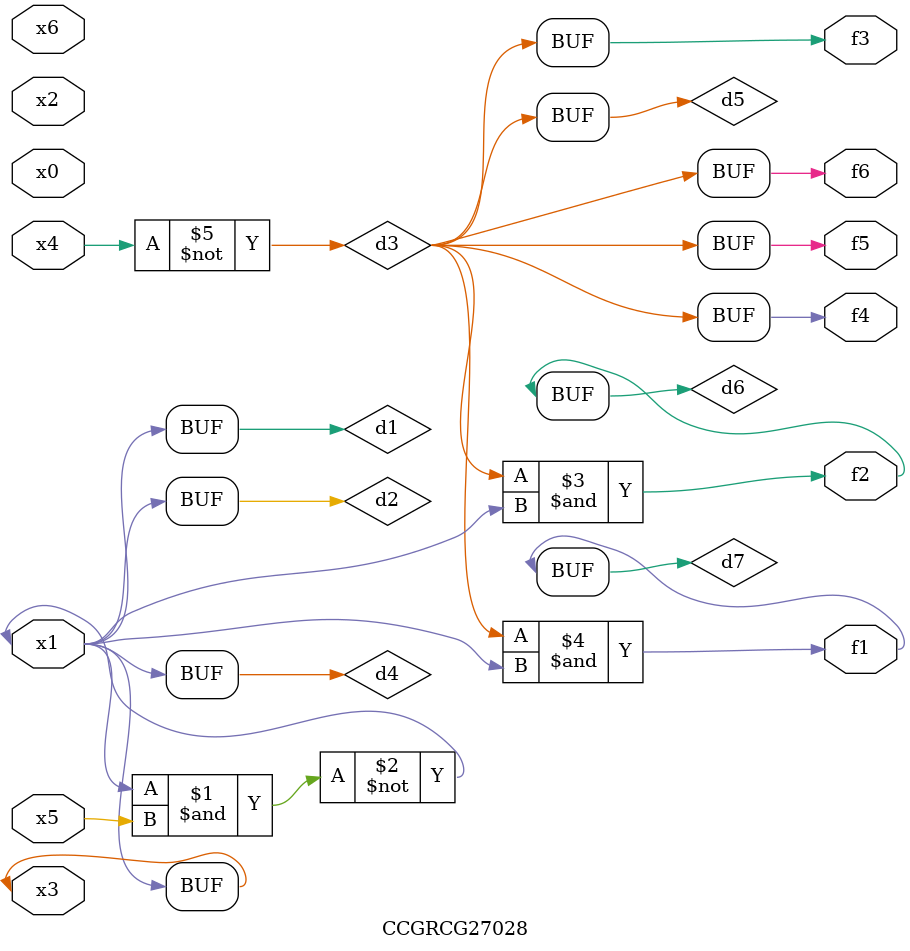
<source format=v>
module CCGRCG27028(
	input x0, x1, x2, x3, x4, x5, x6,
	output f1, f2, f3, f4, f5, f6
);

	wire d1, d2, d3, d4, d5, d6, d7;

	buf (d1, x1, x3);
	nand (d2, x1, x5);
	not (d3, x4);
	buf (d4, d1, d2);
	buf (d5, d3);
	and (d6, d3, d4);
	and (d7, d3, d4);
	assign f1 = d7;
	assign f2 = d6;
	assign f3 = d5;
	assign f4 = d5;
	assign f5 = d5;
	assign f6 = d5;
endmodule

</source>
